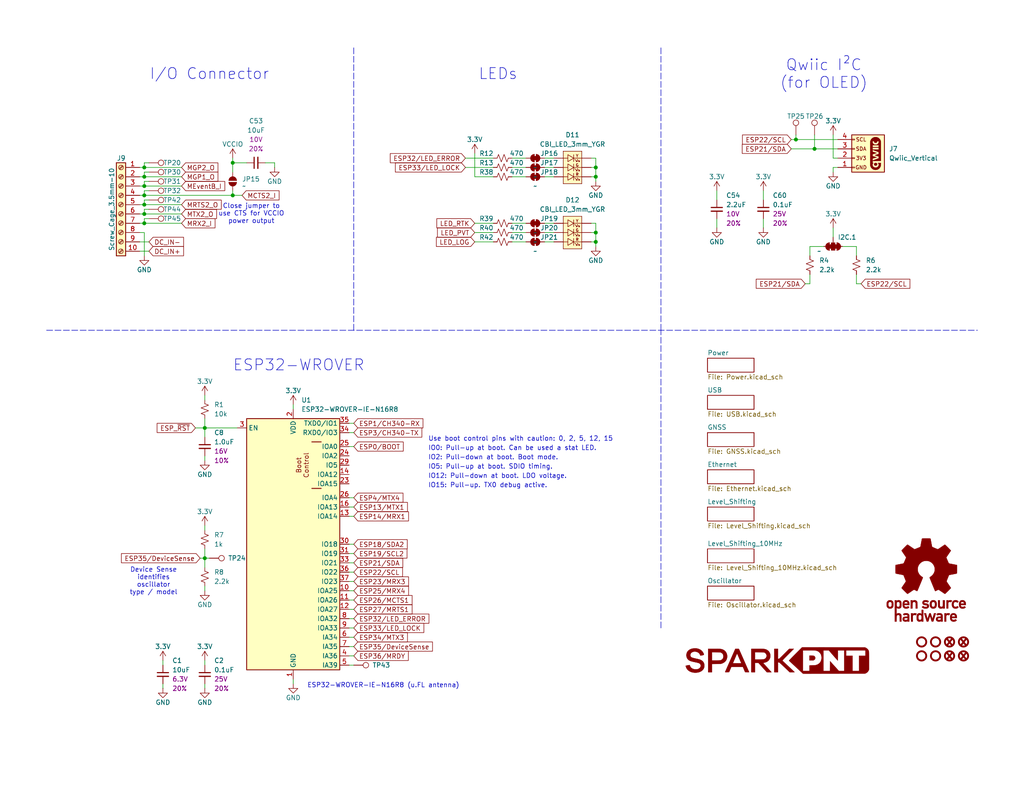
<source format=kicad_sch>
(kicad_sch (version 20231120) (generator "eeschema") (generator_version "8.0")
  (paper "USLetter")
  (title_block (title "GNSSDO Plus (mosaic-T, STP3593LF)") (date "2025-01-20") (rev "v01") (comment 1 "Designed by: P.C."))
  (junction (at 39.37 58.42))
  (junction (at 63.5 44.45))
  (junction (at 39.37 48.26))
  (junction (at 39.37 55.88))
  (junction (at 39.37 45.72))
  (junction (at 39.37 60.96))
  (junction (at 162.56 45.72))
  (junction (at 162.56 48.26))
  (junction (at 222.25 40.64))
  (junction (at 39.37 50.8))
  (junction (at 162.56 66.04))
  (junction (at 162.56 63.5))
  (junction (at 39.37 53.34))
  (junction (at 63.5 53.34))
  (junction (at 217.17 38.1))
  (junction (at 55.88 152.4))
  (junction (at 55.88 116.84))
  (wire (pts (xy 217.17 36.83) (xy 217.17 38.1)))
  (wire (pts (xy 95.25 118.11) (xy 96.52 118.11)))
  (wire (pts (xy 38.1 45.72) (xy 39.37 45.72)))
  (wire (pts (xy 162.56 66.04) (xy 162.56 67.31)))
  (wire (pts (xy 233.68 74.93) (xy 233.68 77.47)))
  (wire (pts (xy 63.5 43.18) (xy 63.5 44.45)))
  (wire (pts (xy 40.64 46.99) (xy 39.37 46.99)))
  (wire (pts (xy 228.6 45.72) (xy 227.33 45.72)))
  (wire (pts (xy 129.54 63.5) (xy 134.62 63.5)))
  (wire (pts (xy 55.88 161.29) (xy 55.88 160.02)))
  (wire (pts (xy 95.25 179.07) (xy 96.52 179.07)))
  (wire (pts (xy 195.58 54.61) (xy 195.58 52.07)))
  (wire (pts (xy 161.29 43.18) (xy 162.56 43.18)))
  (wire (pts (xy 40.64 59.69) (xy 39.37 59.69)))
  (wire (pts (xy 139.7 60.96) (xy 143.51 60.96)))
  (wire (pts (xy 95.25 148.59) (xy 96.52 148.59)))
  (wire (pts (xy 95.25 168.91) (xy 96.52 168.91)))
  (wire (pts (xy 39.37 63.5) (xy 38.1 63.5)))
  (wire (pts (xy 95.25 138.43) (xy 96.52 138.43)))
  (wire (pts (xy 39.37 50.8) (xy 49.53 50.8)))
  (wire (pts (xy 227.33 45.72) (xy 227.33 46.99)))
  (wire (pts (xy 139.7 43.18) (xy 143.51 43.18)))
  (polyline (pts (xy 180.34 90.17) (xy 180.34 12.7)) (stroke (width 0) (type dash)))
  (wire (pts (xy 38.1 50.8) (xy 39.37 50.8)))
  (wire (pts (xy 148.59 63.5) (xy 151.13 63.5)))
  (wire (pts (xy 38.1 68.58) (xy 40.64 68.58)))
  (wire (pts (xy 227.33 62.23) (xy 227.33 64.77)))
  (wire (pts (xy 220.98 74.93) (xy 220.98 77.47)))
  (wire (pts (xy 40.64 49.53) (xy 39.37 49.53)))
  (polyline (pts (xy 180.34 171.45) (xy 180.34 90.17)) (stroke (width 0) (type dash)))
  (wire (pts (xy 40.64 57.15) (xy 39.37 57.15)))
  (wire (pts (xy 40.64 54.61) (xy 39.37 54.61)))
  (wire (pts (xy 227.33 36.83) (xy 227.33 43.18)))
  (wire (pts (xy 55.88 152.4) (xy 55.88 154.94)))
  (wire (pts (xy 38.1 48.26) (xy 39.37 48.26)))
  (wire (pts (xy 39.37 52.07) (xy 39.37 53.34)))
  (wire (pts (xy 129.54 41.91) (xy 129.54 48.26)))
  (wire (pts (xy 162.56 43.18) (xy 162.56 45.72)))
  (wire (pts (xy 63.5 52.07) (xy 63.5 53.34)))
  (wire (pts (xy 148.59 66.04) (xy 151.13 66.04)))
  (wire (pts (xy 95.25 176.53) (xy 96.52 176.53)))
  (wire (pts (xy 95.25 158.75) (xy 96.52 158.75)))
  (polyline (pts (xy 96.52 90.17) (xy 96.52 12.7)) (stroke (width 0) (type dash)))
  (wire (pts (xy 129.54 66.04) (xy 134.62 66.04)))
  (wire (pts (xy 195.58 59.69) (xy 195.58 62.23)))
  (wire (pts (xy 220.98 67.31) (xy 224.79 67.31)))
  (wire (pts (xy 139.7 63.5) (xy 143.51 63.5)))
  (wire (pts (xy 55.88 187.96) (xy 55.88 186.69)))
  (wire (pts (xy 39.37 48.26) (xy 49.53 48.26)))
  (wire (pts (xy 139.7 66.04) (xy 143.51 66.04)))
  (wire (pts (xy 39.37 53.34) (xy 63.5 53.34)))
  (wire (pts (xy 55.88 107.95) (xy 55.88 109.22)))
  (wire (pts (xy 44.45 187.96) (xy 44.45 186.69)))
  (wire (pts (xy 95.25 173.99) (xy 96.52 173.99)))
  (wire (pts (xy 217.17 38.1) (xy 228.6 38.1)))
  (wire (pts (xy 39.37 57.15) (xy 39.37 58.42)))
  (wire (pts (xy 80.01 110.49) (xy 80.01 111.76)))
  (wire (pts (xy 129.54 60.96) (xy 134.62 60.96)))
  (wire (pts (xy 95.25 161.29) (xy 96.52 161.29)))
  (wire (pts (xy 162.56 60.96) (xy 162.56 63.5)))
  (wire (pts (xy 233.68 77.47) (xy 234.95 77.47)))
  (wire (pts (xy 233.68 69.85) (xy 233.68 67.31)))
  (wire (pts (xy 127 45.72) (xy 134.62 45.72)))
  (wire (pts (xy 148.59 48.26) (xy 151.13 48.26)))
  (wire (pts (xy 74.93 44.45) (xy 74.93 45.72)))
  (wire (pts (xy 161.29 63.5) (xy 162.56 63.5)))
  (wire (pts (xy 38.1 53.34) (xy 39.37 53.34)))
  (wire (pts (xy 80.01 186.69) (xy 80.01 185.42)))
  (wire (pts (xy 63.5 53.34) (xy 66.04 53.34)))
  (wire (pts (xy 39.37 59.69) (xy 39.37 60.96)))
  (wire (pts (xy 95.25 151.13) (xy 96.52 151.13)))
  (wire (pts (xy 161.29 45.72) (xy 162.56 45.72)))
  (wire (pts (xy 39.37 63.5) (xy 39.37 69.85)))
  (wire (pts (xy 95.25 115.57) (xy 96.52 115.57)))
  (wire (pts (xy 208.28 52.07) (xy 208.28 54.61)))
  (wire (pts (xy 39.37 58.42) (xy 49.53 58.42)))
  (wire (pts (xy 215.9 40.64) (xy 222.25 40.64)))
  (wire (pts (xy 222.25 40.64) (xy 228.6 40.64)))
  (wire (pts (xy 39.37 46.99) (xy 39.37 48.26)))
  (wire (pts (xy 63.5 44.45) (xy 63.5 46.99)))
  (wire (pts (xy 95.25 153.67) (xy 96.52 153.67)))
  (wire (pts (xy 38.1 58.42) (xy 39.37 58.42)))
  (polyline (pts (xy 12.7 90.17) (xy 266.7 90.17)) (stroke (width 0) (type dash)))
  (wire (pts (xy 148.59 60.96) (xy 151.13 60.96)))
  (wire (pts (xy 161.29 48.26) (xy 162.56 48.26)))
  (wire (pts (xy 55.88 149.86) (xy 55.88 152.4)))
  (wire (pts (xy 39.37 54.61) (xy 39.37 55.88)))
  (wire (pts (xy 161.29 66.04) (xy 162.56 66.04)))
  (wire (pts (xy 39.37 45.72) (xy 49.53 45.72)))
  (wire (pts (xy 208.28 59.69) (xy 208.28 62.23)))
  (wire (pts (xy 127 43.18) (xy 134.62 43.18)))
  (wire (pts (xy 95.25 140.97) (xy 96.52 140.97)))
  (wire (pts (xy 39.37 49.53) (xy 39.37 50.8)))
  (wire (pts (xy 44.45 181.61) (xy 44.45 180.34)))
  (wire (pts (xy 95.25 166.37) (xy 96.52 166.37)))
  (wire (pts (xy 55.88 152.4) (xy 57.15 152.4)))
  (wire (pts (xy 148.59 45.72) (xy 151.13 45.72)))
  (wire (pts (xy 220.98 69.85) (xy 220.98 67.31)))
  (wire (pts (xy 39.37 44.45) (xy 39.37 45.72)))
  (wire (pts (xy 38.1 60.96) (xy 39.37 60.96)))
  (wire (pts (xy 222.25 36.83) (xy 222.25 40.64)))
  (wire (pts (xy 40.64 52.07) (xy 39.37 52.07)))
  (wire (pts (xy 63.5 44.45) (xy 67.31 44.45)))
  (wire (pts (xy 39.37 55.88) (xy 49.53 55.88)))
  (wire (pts (xy 215.9 38.1) (xy 217.17 38.1)))
  (wire (pts (xy 162.56 45.72) (xy 162.56 48.26)))
  (wire (pts (xy 96.52 135.89) (xy 95.25 135.89)))
  (wire (pts (xy 139.7 48.26) (xy 143.51 48.26)))
  (wire (pts (xy 54.61 152.4) (xy 55.88 152.4)))
  (wire (pts (xy 95.25 163.83) (xy 96.52 163.83)))
  (wire (pts (xy 55.88 181.61) (xy 55.88 180.34)))
  (wire (pts (xy 229.87 67.31) (xy 233.68 67.31)))
  (wire (pts (xy 95.25 171.45) (xy 96.52 171.45)))
  (wire (pts (xy 55.88 143.51) (xy 55.88 144.78)))
  (wire (pts (xy 55.88 116.84) (xy 55.88 119.38)))
  (wire (pts (xy 129.54 48.26) (xy 134.62 48.26)))
  (wire (pts (xy 53.34 116.84) (xy 55.88 116.84)))
  (wire (pts (xy 55.88 125.73) (xy 55.88 124.46)))
  (wire (pts (xy 228.6 43.18) (xy 227.33 43.18)))
  (wire (pts (xy 162.56 63.5) (xy 162.56 66.04)))
  (wire (pts (xy 95.25 121.92) (xy 96.52 121.92)))
  (wire (pts (xy 139.7 45.72) (xy 143.51 45.72)))
  (wire (pts (xy 39.37 60.96) (xy 49.53 60.96)))
  (wire (pts (xy 162.56 48.26) (xy 162.56 49.53)))
  (wire (pts (xy 55.88 116.84) (xy 64.77 116.84)))
  (wire (pts (xy 95.25 181.61) (xy 96.52 181.61)))
  (wire (pts (xy 40.64 44.45) (xy 39.37 44.45)))
  (wire (pts (xy 148.59 43.18) (xy 151.13 43.18)))
  (wire (pts (xy 38.1 55.88) (xy 39.37 55.88)))
  (wire (pts (xy 72.39 44.45) (xy 74.93 44.45)))
  (wire (pts (xy 95.25 156.21) (xy 96.52 156.21)))
  (wire (pts (xy 161.29 60.96) (xy 162.56 60.96)))
  (wire (pts (xy 55.88 114.3) (xy 55.88 116.84)))
  (wire (pts (xy 219.71 77.47) (xy 220.98 77.47)))
  (wire (pts (xy 38.1 66.04) (xy 40.64 66.04)))
  (text "IO15: Pull-up. TX0 debug active." (at 116.84 133.35 0) (effects (font (size 1.27 1.27)) (justify left bottom)))
  (text "IO2: Pull-down at boot. Boot mode." (at 116.84 125.73 0) (effects (font (size 1.27 1.27)) (justify left bottom)))
  (text "ESP32-WROVER\n" (at 63.5 101.6 0) (effects (font (size 3 3)) (justify left bottom)))
  (text "IO0: Pull-up at boot. Can be used a stat LED." (at 116.84 123.19 0) (effects (font (size 1.27 1.27)) (justify left bottom)))
  (text "LEDs" (at 135.89 20.32 0) (effects (font (size 3 3))))
  (text "Qwiic I²C\n(for OLED)" (at 224.79 20.32 0) (effects (font (size 3 3))))
  (text "Device Sense\nidentifies\noscillator\ntype / model" (at 41.91 158.75 0) (effects (font (size 1.27 1.27))))
  (text "Close jumper to\nuse CTS for VCCIO\npower output" (at 68.58 58.42 0) (effects (font (size 1.27 1.27))))
  (text "IO5: Pull-up at boot. SDIO timing." (at 116.84 128.27 0) (effects (font (size 1.27 1.27)) (justify left bottom)))
  (text "I/O Connector" (at 57.15 20.32 0) (effects (font (size 3 3))))
  (text "Use boot control pins with caution: 0, 2, 5, 12, 15" (at 116.84 120.65 0) (effects (font (size 1.27 1.27)) (justify left bottom)))
  (text "ESP32-WROVER-IE-N16R8 (u.FL antenna)" (at 83.82 187.96 0) (effects (font (size 1.27 1.27)) (justify left bottom)))
  (text "IO12: Pull-down at boot. LDO voltage." (at 116.84 130.81 0) (effects (font (size 1.27 1.27)) (justify left bottom)))
  (global_label "ESP21{slash}SDA" (shape input) (at 219.71 77.47 180) (property "Intersheetrefs" "${INTERSHEET_REFS}" (effects (hide yes))))
  (global_label "ESP34{slash}MTX3" (shape input) (at 96.52 173.99 0) (property "Intersheetrefs" "${INTERSHEET_REFS}" (effects (hide yes))))
  (global_label "DC_IN-" (shape input) (at 40.64 66.04 0) (property "Intersheetrefs" "${INTERSHEET_REFS}" (effects (hide yes))))
  (global_label "LED_RTK" (shape input) (at 129.54 60.96 180) (property "Intersheetrefs" "${INTERSHEET_REFS}" (effects (hide yes))))
  (global_label "ESP35{slash}DeviceSense" (shape input) (at 96.52 176.53 0) (property "Intersheetrefs" "${INTERSHEET_REFS}" (effects (hide yes))))
  (global_label "ESP25{slash}MRX4" (shape input) (at 96.52 161.29 0) (property "Intersheetrefs" "${INTERSHEET_REFS}" (effects (hide yes))))
  (global_label "ESP33{slash}LED_LOCK" (shape input) (at 96.52 171.45 0) (property "Intersheetrefs" "${INTERSHEET_REFS}" (effects (hide yes))))
  (global_label "LED_PVT" (shape input) (at 129.54 63.5 180) (property "Intersheetrefs" "${INTERSHEET_REFS}" (effects (hide yes))))
  (global_label "ESP22{slash}SCL" (shape input) (at 96.52 156.21 0) (property "Intersheetrefs" "${INTERSHEET_REFS}" (effects (hide yes))))
  (global_label "MTX2_O" (shape input) (at 49.53 58.42 0) (property "Intersheetrefs" "${INTERSHEET_REFS}" (effects (hide yes))))
  (global_label "DC_IN+" (shape input) (at 40.64 68.58 0) (property "Intersheetrefs" "${INTERSHEET_REFS}" (effects (hide yes))))
  (global_label "ESP36{slash}MRDY" (shape input) (at 96.52 179.07 0) (property "Intersheetrefs" "${INTERSHEET_REFS}" (effects (hide yes))))
  (global_label "LED_LOG" (shape input) (at 129.54 66.04 180) (property "Intersheetrefs" "${INTERSHEET_REFS}" (effects (hide yes))))
  (global_label "ESP19{slash}SCL2" (shape input) (at 96.52 151.13 0) (property "Intersheetrefs" "${INTERSHEET_REFS}" (effects (hide yes))))
  (global_label "ESP_~{RST}" (shape input) (at 53.34 116.84 180) (property "Intersheetrefs" "${INTERSHEET_REFS}" (effects (hide yes))))
  (global_label "MRX2_I" (shape input) (at 49.53 60.96 0) (property "Intersheetrefs" "${INTERSHEET_REFS}" (effects (hide yes))))
  (global_label "ESP18{slash}SDA2" (shape input) (at 96.52 148.59 0) (property "Intersheetrefs" "${INTERSHEET_REFS}" (effects (hide yes))))
  (global_label "ESP23{slash}MRX3" (shape input) (at 96.52 158.75 0) (property "Intersheetrefs" "${INTERSHEET_REFS}" (effects (hide yes))))
  (global_label "ESP22{slash}SCL" (shape input) (at 215.9 38.1 180) (property "Intersheetrefs" "${INTERSHEET_REFS}" (effects (hide yes))))
  (global_label "ESP32{slash}LED_ERROR" (shape input) (at 127 43.18 180) (property "Intersheetrefs" "${INTERSHEET_REFS}" (effects (hide yes))))
  (global_label "MGP1_O" (shape input) (at 49.53 48.26 0) (property "Intersheetrefs" "${INTERSHEET_REFS}" (effects (hide yes))))
  (global_label "ESP26{slash}MCTS1" (shape input) (at 96.52 163.83 0) (property "Intersheetrefs" "${INTERSHEET_REFS}" (effects (hide yes))))
  (global_label "ESP21{slash}SDA" (shape input) (at 215.9 40.64 180) (property "Intersheetrefs" "${INTERSHEET_REFS}" (effects (hide yes))))
  (global_label "MRTS2_O" (shape input) (at 49.53 55.88 0) (property "Intersheetrefs" "${INTERSHEET_REFS}" (effects (hide yes))))
  (global_label "ESP4{slash}MTX4" (shape input) (at 96.52 135.89 0) (property "Intersheetrefs" "${INTERSHEET_REFS}" (effects (hide yes))))
  (global_label "ESP35{slash}DeviceSense" (shape input) (at 54.61 152.4 180) (property "Intersheetrefs" "${INTERSHEET_REFS}" (effects (hide yes))))
  (global_label "ESP3{slash}CH340-TX" (shape input) (at 96.52 118.11 0) (property "Intersheetrefs" "${INTERSHEET_REFS}" (effects (hide yes))))
  (global_label "MCTS2_I" (shape input) (at 66.04 53.34 0) (property "Intersheetrefs" "${INTERSHEET_REFS}" (effects (hide yes))))
  (global_label "MGP2_O" (shape input) (at 49.53 45.72 0) (property "Intersheetrefs" "${INTERSHEET_REFS}" (effects (hide yes))))
  (global_label "ESP32{slash}LED_ERROR" (shape input) (at 96.52 168.91 0) (property "Intersheetrefs" "${INTERSHEET_REFS}" (effects (hide yes))))
  (global_label "ESP22{slash}SCL" (shape input) (at 234.95 77.47 0) (property "Intersheetrefs" "${INTERSHEET_REFS}" (effects (hide yes))))
  (global_label "ESP0{slash}BOOT" (shape input) (at 96.52 121.92 0) (property "Intersheetrefs" "${INTERSHEET_REFS}" (effects (hide yes))))
  (global_label "ESP14{slash}MRX1" (shape input) (at 96.52 140.97 0) (property "Intersheetrefs" "${INTERSHEET_REFS}" (effects (hide yes))))
  (global_label "ESP13{slash}MTX1" (shape input) (at 96.52 138.43 0) (property "Intersheetrefs" "${INTERSHEET_REFS}" (effects (hide yes))))
  (global_label "ESP21{slash}SDA" (shape input) (at 96.52 153.67 0) (property "Intersheetrefs" "${INTERSHEET_REFS}" (effects (hide yes))))
  (global_label "ESP33{slash}LED_LOCK" (shape input) (at 127 45.72 180) (property "Intersheetrefs" "${INTERSHEET_REFS}" (effects (hide yes))))
  (global_label "MEventB_I" (shape input) (at 49.53 50.8 0) (property "Intersheetrefs" "${INTERSHEET_REFS}" (effects (hide yes))))
  (global_label "ESP27{slash}MRTS1" (shape input) (at 96.52 166.37 0) (property "Intersheetrefs" "${INTERSHEET_REFS}" (effects (hide yes))))
  (global_label "ESP1{slash}CH340-RX" (shape input) (at 96.52 115.57 0) (property "Intersheetrefs" "${INTERSHEET_REFS}" (effects (hide yes))))
  (symbol (lib_id "SparkFun-PowerSymbol:GND") (at 227.33 46.99 0) (unit 1)
    (property "Reference" "#PWR081" (effects (hide yes)))
    (property "Value" "GND" (at 227.33 50.8 0))
    (property "Description" "Power symbol creates a global label with name \"GND\" , ground" (effects (hide yes)))
  )
  (symbol (lib_id "SparkFun-Resistor:470_0603") (at 137.16 48.26 0) (unit 1)
    (property "Reference" "R38" (at 132.715 46.99 0))
    (property "Value" "470" (at 140.97 46.99 0))
    (property "Footprint" "SparkFun-Resistor:R_0603_1608Metric" (effects (hide yes)))
    (property "Datasheet" "https://www.vishay.com/docs/20035/dcrcwe3.pdf" (effects (hide yes)))
    (property "Description" "Resistor" (effects (hide yes)))
    (property "PROD_ID" "RES-07869" (effects (hide yes)))
  )
  (symbol (lib_id "SparkFun-PowerSymbol:GND") (at 55.88 125.73 0) (unit 1)
    (property "Reference" "#PWR05" (effects (hide yes)))
    (property "Value" "GND" (at 55.88 129.54 0))
    (property "Description" "Power symbol creates a global label with name \"GND\" , ground" (effects (hide yes)))
  )
  (symbol (lib_id "SparkFun-Hardware:Standoff") (at 251.46 179.07 0) (unit 1)
    (property "Reference" "ST3" (effects (hide yes)))
    (property "Value" "Standoff" (effects (hide yes)))
    (property "Footprint" "SparkFun-Hardware:Standoff" (effects (hide yes)))
    (property "Description" "Drill holes for mechanically mounting via screws, standoffs, etc." (effects (hide yes)))
  )
  (symbol (lib_id "power:GND") (at 208.28 62.23 0) (unit 1)
    (property "Reference" "#PWR0219" (effects (hide yes)))
    (property "Value" "GND" (at 208.28 66.04 0))
    (property "Description" "Power symbol creates a global label with name \"GND\" , ground" (effects (hide yes)))
  )
  (symbol (lib_id "SparkFun-PowerSymbol:3.3V") (at 55.88 180.34 0) (unit 1)
    (property "Reference" "#PWR096" (effects (hide yes)))
    (property "Value" "3.3V" (at 55.88 176.53 0))
    (property "Description" "Power symbol creates a global label with name \"3.3V\"" (effects (hide yes)))
  )
  (symbol (lib_id "SparkFun-PowerSymbol:VCC") (at 63.5 43.18 0) (unit 1)
    (property "Reference" "#PWR0199" (effects (hide yes)))
    (property "Value" "VCCIO" (at 63.5 39.37 0))
    (property "Description" "Power symbol creates a global label with name \"VCC\"" (effects (hide yes)))
  )
  (symbol (lib_id "SparkFun-PowerSymbol:3.3V") (at 129.54 41.91 0) (unit 1)
    (property "Reference" "#PWR0130" (effects (hide yes)))
    (property "Value" "3.3V" (at 129.54 38.1 0))
    (property "Description" "Power symbol creates a global label with name \"3.3V\"" (effects (hide yes)))
  )
  (symbol (lib_id "SparkFun-Connector:TestPoint_1.25mm") (at 40.64 52.07 270) (unit 1)
    (property "Reference" "TP32" (at 46.99 52.07 90))
    (property "Value" "1.25mm" (effects (hide yes)))
    (property "Footprint" "SparkFun-Connector:TestPoint-1.25mm" (effects (hide yes)))
    (property "Description" "Test Point" (effects (hide yes)))
  )
  (symbol (lib_id "SparkFun-Connector:TestPoint_1.25mm") (at 40.64 54.61 270) (unit 1)
    (property "Reference" "TP42" (at 46.99 54.61 90))
    (property "Value" "1.25mm" (effects (hide yes)))
    (property "Footprint" "SparkFun-Connector:TestPoint-1.25mm" (effects (hide yes)))
    (property "Description" "Test Point" (effects (hide yes)))
  )
  (symbol (lib_id "SparkFun-Connector:TestPoint_PTH") (at 96.52 181.61 270) (unit 1)
    (property "Reference" "TP43" (at 101.6 181.6099 90) (effects (justify left)))
    (property "Value" "PTH" (effects (hide yes)))
    (property "Footprint" "SparkFun-Connector:1x01" (effects (hide yes)))
    (property "Description" "Test Point" (effects (hide yes)))
  )
  (symbol (lib_id "SparkFun-Capacitor:10uF_0603_6.3V_20%") (at 44.45 184.15 0) (unit 1)
    (property "Reference" "C1" (at 46.99 180.3462 0) (effects (justify left)))
    (property "Value" "10uF" (at 46.99 182.8862 0) (effects (justify left)))
    (property "Footprint" "SparkFun-Capacitor:C_0603_1608Metric" (effects (hide yes)))
    (property "Datasheet" "https://cdn.sparkfun.com/assets/8/a/4/a/5/Kemet_Capacitor_Datasheet.pdf" (effects (hide yes)))
    (property "Description" "Unpolarized capacitor" (effects (hide yes)))
    (property "PROD_ID" "CAP-11015" (effects (hide yes)))
    (property "Voltage" "6.3V" (at 46.99 185.4262 0) (effects (justify left)))
    (property "Tolerance" "20%" (at 46.99 187.9662 0) (effects (justify left)))
  )
  (symbol (lib_id "SparkFun-Resistor:2.2k_0603") (at 220.98 72.39 270) (unit 1)
    (property "Reference" "R4" (at 223.52 71.1199 90) (effects (justify left)))
    (property "Value" "2.2k" (at 223.52 73.6599 90) (effects (justify left)))
    (property "Footprint" "SparkFun-Resistor:R_0603_1608Metric" (effects (hide yes)))
    (property "Datasheet" "https://www.vishay.com/docs/20035/dcrcwe3.pdf" (effects (hide yes)))
    (property "Description" "Resistor" (effects (hide yes)))
    (property "PROD_ID" "RES-08272" (effects (hide yes)))
  )
  (symbol (lib_id "SparkFun-Capacitor:1.0uF_0603_16V_10%") (at 55.88 121.92 0) (unit 1)
    (property "Reference" "C8" (at 58.42 118.1162 0) (effects (justify left)))
    (property "Value" "1.0uF" (at 58.42 120.6562 0) (effects (justify left)))
    (property "Footprint" "SparkFun-Capacitor:C_0603_1608Metric" (effects (hide yes)))
    (property "Datasheet" "https://cdn.sparkfun.com/assets/8/a/4/a/5/Kemet_Capacitor_Datasheet.pdf" (effects (hide yes)))
    (property "Description" "Unpolarized capacitor" (effects (hide yes)))
    (property "PROD_ID" "CAP-13930" (effects (hide yes)))
    (property "Voltage" "16V" (at 58.42 123.1962 0) (effects (justify left)))
    (property "Tolerance" "10%" (at 58.42 125.7362 0) (effects (justify left)))
  )
  (symbol (lib_id "SparkFun-Aesthetic:SparkPNT_Logo") (at 212.09 180.34 0) (unit 1) (on_board no)
    (property "Reference" "G2" (effects (hide yes)))
    (property "Value" "LOGO" (effects (hide yes)))
  )
  (symbol (lib_id "SparkFun-Hardware:Standoff") (at 255.27 175.26 0) (unit 1)
    (property "Reference" "ST1" (effects (hide yes)))
    (property "Value" "Standoff" (effects (hide yes)))
    (property "Footprint" "SparkFun-Hardware:Standoff" (effects (hide yes)))
    (property "Description" "Drill holes for mechanically mounting via screws, standoffs, etc." (effects (hide yes)))
  )
  (symbol (lib_id "SparkFun-Aesthetic:Fiducial_0.5mm") (at 262.89 175.26 0) (unit 1)
    (property "Reference" "FID1" (effects (hide yes)))
    (property "Value" "Fiducial_0.5mm" (effects (hide yes)))
    (property "Footprint" "SparkFun-Aesthetic:Fiducial_0.5mm_Mask1mm" (effects (hide yes)))
    (property "Description" "Fiducial Marker" (effects (hide yes)))
  )
  (symbol (lib_id "SparkFun-Connector:TestPoint_1.25mm") (at 40.64 57.15 270) (unit 1)
    (property "Reference" "TP44" (at 46.99 57.15 90))
    (property "Value" "1.25mm" (effects (hide yes)))
    (property "Footprint" "SparkFun-Connector:TestPoint-1.25mm" (effects (hide yes)))
    (property "Description" "Test Point" (effects (hide yes)))
  )
  (symbol (lib_id "SparkFun-Aesthetic:Fiducial_0.5mm") (at 262.89 179.07 0) (unit 1)
    (property "Reference" "FID4" (effects (hide yes)))
    (property "Value" "Fiducial_0.5mm" (effects (hide yes)))
    (property "Footprint" "SparkFun-Aesthetic:Fiducial_0.5mm_Mask1mm" (effects (hide yes)))
    (property "Description" "Fiducial Marker" (effects (hide yes)))
  )
  (symbol (lib_id "SparkFun-Jumper:SolderJumper_2_Bridged") (at 146.05 63.5 0) (unit 1)
    (property "Reference" "JP20" (at 149.86 62.23 0))
    (property "Value" "~" (at 146.05 66.04 0))
    (property "Footprint" "SparkFun-Jumper:Jumper_2_NC_Trace" (effects (hide yes)))
    (property "Description" "Solder Jumper, 2-pole, closed/bridged" (effects (hide yes)))
  )
  (symbol (lib_id "power:GND") (at 44.45 187.96 0) (unit 1)
    (property "Reference" "#PWR098" (effects (hide yes)))
    (property "Value" "GND" (at 44.45 191.77 0))
    (property "Description" "Power symbol creates a global label with name \"GND\" , ground" (effects (hide yes)))
  )
  (symbol (lib_id "SparkFun-Jumper:SolderJumper_3_Bridged123") (at 227.33 67.31 180) (unit 1)
    (property "Reference" "I2C.1" (at 231.14 64.77 0))
    (property "Value" "~" (at 223.52 68.58 0))
    (property "Footprint" "SparkFun-Jumper:Jumper_3_NC-2_Trace" (effects (hide yes)))
    (property "Description" "Solder Jumper, 3-pole, pins 1+2+3 closed/bridged" (effects (hide yes)))
  )
  (symbol (lib_id "SparkFun-Resistor:2.2k_0603") (at 55.88 157.48 270) (unit 1)
    (property "Reference" "R8" (at 58.42 156.2099 90) (effects (justify left)))
    (property "Value" "2.2k" (at 58.42 158.7499 90) (effects (justify left)))
    (property "Footprint" "SparkFun-Resistor:R_0603_1608Metric" (effects (hide yes)))
    (property "Datasheet" "https://www.vishay.com/docs/20035/dcrcwe3.pdf" (effects (hide yes)))
    (property "Description" "Resistor" (effects (hide yes)))
    (property "PROD_ID" "RES-08272" (effects (hide yes)))
  )
  (symbol (lib_id "SparkFun-Capacitor:2.2uF_0603_10V_20%") (at 195.58 57.15 0) (unit 1)
    (property "Reference" "C54" (at 198.12 53.3462 0) (effects (justify left)))
    (property "Value" "2.2uF" (at 198.12 55.8862 0) (effects (justify left)))
    (property "Footprint" "SparkFun-Capacitor:C_0603_1608Metric" (effects (hide yes)))
    (property "Datasheet" "https://cdn.sparkfun.com/assets/8/a/4/a/5/Kemet_Capacitor_Datasheet.pdf" (effects (hide yes)))
    (property "Description" "Unpolarized capacitor" (effects (hide yes)))
    (property "PROD_ID" "CAP-07888" (effects (hide yes)))
    (property "Voltage" "10V" (at 198.12 58.4262 0) (effects (justify left)))
    (property "Tolerance" "20%" (at 198.12 60.9662 0) (effects (justify left)))
  )
  (symbol (lib_id "power:GND") (at 74.93 45.72 0) (unit 1)
    (property "Reference" "#PWR0201" (effects (hide yes)))
    (property "Value" "GND" (at 74.93 49.53 0))
    (property "Description" "Power symbol creates a global label with name \"GND\" , ground" (effects (hide yes)))
  )
  (symbol (lib_id "SparkFun-RF:ESP32-WROVER-IE-N16R8") (at 80.01 146.05 0) (unit 1)
    (property "Reference" "U1" (at 82.2041 109.22 0) (effects (justify left)))
    (property "Value" "ESP32-WROVER-IE-N16R8" (at 82.2041 111.76 0) (effects (justify left)))
    (property "Footprint" "SparkFun-RF:ESP32-WROVER-E-IE" (effects (hide yes)))
    (property "Datasheet" "https://www.espressif.com/sites/default/files/documentation/esp32-wrover-e_esp32-wrover-ie_datasheet_en.pdf" (effects (hide yes)))
    (property "PROD_ID" "IC-19265" (effects (hide yes)))
  )
  (symbol (lib_id "power:GND") (at 55.88 187.96 0) (unit 1)
    (property "Reference" "#PWR097" (effects (hide yes)))
    (property "Value" "GND" (at 55.88 191.77 0))
    (property "Description" "Power symbol creates a global label with name \"GND\" , ground" (effects (hide yes)))
  )
  (symbol (lib_id "SparkFun-PowerSymbol:3.3V") (at 80.01 110.49 0) (unit 1)
    (property "Reference" "#PWR0105" (effects (hide yes)))
    (property "Value" "3.3V" (at 80.01 106.68 0))
    (property "Description" "Power symbol creates a global label with name \"3.3V\"" (effects (hide yes)))
  )
  (symbol (lib_id "SparkFun-Jumper:SolderJumper_2_Bridged") (at 146.05 60.96 0) (unit 1)
    (property "Reference" "JP19" (at 149.86 59.69 0))
    (property "Value" "~" (at 146.05 63.5 0))
    (property "Footprint" "SparkFun-Jumper:Jumper_2_NC_Trace" (effects (hide yes)))
    (property "Description" "Solder Jumper, 2-pole, closed/bridged" (effects (hide yes)))
  )
  (symbol (lib_id "SparkFun-Hardware:Standoff") (at 255.27 179.07 0) (unit 1)
    (property "Reference" "ST4" (effects (hide yes)))
    (property "Value" "Standoff" (effects (hide yes)))
    (property "Footprint" "SparkFun-Hardware:Standoff" (effects (hide yes)))
    (property "Description" "Drill holes for mechanically mounting via screws, standoffs, etc." (effects (hide yes)))
  )
  (symbol (lib_id "SparkFun-PowerSymbol:3.3V") (at 55.88 143.51 0) (unit 1)
    (property "Reference" "#PWR0104" (effects (hide yes)))
    (property "Value" "3.3V" (at 55.88 139.7 0))
    (property "Description" "Power symbol creates a global label with name \"3.3V\"" (effects (hide yes)))
  )
  (symbol (lib_id "SparkFun-Aesthetic:OSHW_Logo") (at 252.73 162.56 0) (unit 1) (in_bom no)
    (property "Reference" "G1" (effects (hide yes)))
    (property "Value" "OSHW_Logo" (effects (hide yes)))
    (property "Footprint" "SparkFun-Aesthetic:Creative_Commons_License" (effects (hide yes)))
  )
  (symbol (lib_id "SparkFun-PowerSymbol:3.3V") (at 44.45 180.34 0) (unit 1)
    (property "Reference" "#PWR095" (effects (hide yes)))
    (property "Value" "3.3V" (at 44.45 176.53 0))
    (property "Description" "Power symbol creates a global label with name \"3.3V\"" (effects (hide yes)))
  )
  (symbol (lib_id "SparkFun-PowerSymbol:3.3V") (at 227.33 36.83 0) (unit 1)
    (property "Reference" "#PWR0101" (effects (hide yes)))
    (property "Value" "3.3V" (at 227.33 33.02 0))
    (property "Description" "Power symbol creates a global label with name \"3.3V\"" (effects (hide yes)))
  )
  (symbol (lib_id "SparkFun-Jumper:SolderJumper_2_Open") (at 63.5 49.53 90) (unit 1)
    (property "Reference" "JP15" (at 66.04 48.8949 90) (effects (justify right)))
    (property "Value" "~" (at 66.04 50.8 90) (effects (justify right)))
    (property "Footprint" "SparkFun-Jumper:Jumper_2_NO" (effects (hide yes)))
    (property "Description" "Solder Jumper, 2-pole, open" (effects (hide yes)))
  )
  (symbol (lib_id "SparkFun-Connector:TestPoint_PTH") (at 222.25 36.83 0) (unit 1)
    (property "Reference" "TP26" (at 222.25 31.75 0))
    (property "Value" "PTH" (effects (hide yes)))
    (property "Footprint" "SparkFun-Connector:1x01" (effects (hide yes)))
    (property "Description" "Test Point" (effects (hide yes)))
  )
  (symbol (lib_id "SparkFun-Capacitor:0.1uF_0603_25V_20%") (at 208.28 57.15 0) (unit 1)
    (property "Reference" "C60" (at 210.82 53.3462 0) (effects (justify left)))
    (property "Value" "0.1uF" (at 210.82 55.8862 0) (effects (justify left)))
    (property "Footprint" "SparkFun-Capacitor:C_0603_1608Metric" (effects (hide yes)))
    (property "Datasheet" "https://cdn.sparkfun.com/assets/8/a/4/a/5/Kemet_Capacitor_Datasheet.pdf" (effects (hide yes)))
    (property "Description" "Unpolarized capacitor" (effects (hide yes)))
    (property "PROD_ID" "CAP-00810" (effects (hide yes)))
    (property "Voltage" "25V" (at 210.82 58.4262 0) (effects (justify left)))
    (property "Tolerance" "20%" (at 210.82 60.9662 0) (effects (justify left)))
  )
  (symbol (lib_id "SparkFun-Connector:TestPoint_1.25mm") (at 40.64 44.45 270) (unit 1)
    (property "Reference" "TP20" (at 46.99 44.45 90))
    (property "Value" "1.25mm" (effects (hide yes)))
    (property "Footprint" "SparkFun-Connector:TestPoint-1.25mm" (effects (hide yes)))
    (property "Description" "Test Point" (effects (hide yes)))
  )
  (symbol (lib_id "SparkFun-PowerSymbol:GND") (at 162.56 49.53 0) (unit 1)
    (property "Reference" "#PWR0100" (effects (hide yes)))
    (property "Value" "GND" (at 162.56 53.34 0))
    (property "Description" "Power symbol creates a global label with name \"GND\" , ground" (effects (hide yes)))
  )
  (symbol (lib_id "SparkFun-PowerSymbol:3.3V") (at 208.28 52.07 0) (unit 1)
    (property "Reference" "#PWR0218" (effects (hide yes)))
    (property "Value" "3.3V" (at 208.28 48.26 0))
    (property "Description" "Power symbol creates a global label with name \"3.3V\"" (effects (hide yes)))
  )
  (symbol (lib_id "SparkFun-LED:CBI_LED_Triple_3mm_PTH_YGR") (at 156.21 63.5 0) (unit 1)
    (property "Reference" "D12" (at 156.21 54.61 0))
    (property "Value" "CBI_LED_3mm_YGR" (at 156.21 57.15 0))
    (property "Footprint" "SparkFun-LED:CBI_LED_Triple_3mm_PTH" (effects (hide yes)))
    (property "Datasheet" "https://www.mouser.com/datasheet/2/244/SSF-LXH340LYGID-1176757.pdf" (effects (hide yes)))
    (property "Description" "Triple CBI LED, 3mm dia., PTH, Yellow-Green-Red" (effects (hide yes)))
    (property "PROD_ID" "DIO-19990" (effects (hide yes)))
  )
  (symbol (lib_id "SparkFun-Resistor:470_0603") (at 137.16 43.18 0) (unit 1)
    (property "Reference" "R12" (at 132.715 41.91 0))
    (property "Value" "470" (at 140.97 41.91 0))
    (property "Footprint" "SparkFun-Resistor:R_0603_1608Metric" (effects (hide yes)))
    (property "Datasheet" "https://www.vishay.com/docs/20035/dcrcwe3.pdf" (effects (hide yes)))
    (property "Description" "Resistor" (effects (hide yes)))
    (property "PROD_ID" "RES-07869" (effects (hide yes)))
  )
  (symbol (lib_id "SparkFun-Connector:TestPoint_1.25mm") (at 40.64 46.99 270) (unit 1)
    (property "Reference" "TP30" (at 46.99 46.99 90))
    (property "Value" "1.25mm" (effects (hide yes)))
    (property "Footprint" "SparkFun-Connector:TestPoint-1.25mm" (effects (hide yes)))
    (property "Description" "Test Point" (effects (hide yes)))
  )
  (symbol (lib_id "SparkFun-PowerSymbol:3.3V") (at 195.58 52.07 0) (unit 1)
    (property "Reference" "#PWR0216" (effects (hide yes)))
    (property "Value" "3.3V" (at 195.58 48.26 0))
    (property "Description" "Power symbol creates a global label with name \"3.3V\"" (effects (hide yes)))
  )
  (symbol (lib_id "SparkFun-Jumper:SolderJumper_2_Bridged") (at 146.05 45.72 0) (unit 1)
    (property "Reference" "JP17" (at 149.86 44.45 0))
    (property "Value" "~" (at 146.05 48.26 0))
    (property "Footprint" "SparkFun-Jumper:Jumper_2_NC_Trace" (effects (hide yes)))
    (property "Description" "Solder Jumper, 2-pole, closed/bridged" (effects (hide yes)))
  )
  (symbol (lib_id "SparkFun-Jumper:SolderJumper_2_Bridged") (at 146.05 48.26 0) (unit 1)
    (property "Reference" "JP18" (at 149.86 46.99 0))
    (property "Value" "~" (at 146.05 50.8 0))
    (property "Footprint" "SparkFun-Jumper:Jumper_2_NC_Trace" (effects (hide yes)))
    (property "Description" "Solder Jumper, 2-pole, closed/bridged" (effects (hide yes)))
  )
  (symbol (lib_id "power:GND") (at 195.58 62.23 0) (unit 1)
    (property "Reference" "#PWR0217" (effects (hide yes)))
    (property "Value" "GND" (at 195.58 66.04 0))
    (property "Description" "Power symbol creates a global label with name \"GND\" , ground" (effects (hide yes)))
  )
  (symbol (lib_id "SparkFun-Connector:TestPoint_PTH") (at 217.17 36.83 0) (unit 1)
    (property "Reference" "TP25" (at 217.17 31.75 0))
    (property "Value" "PTH" (effects (hide yes)))
    (property "Footprint" "SparkFun-Connector:1x01" (effects (hide yes)))
    (property "Description" "Test Point" (effects (hide yes)))
  )
  (symbol (lib_id "SparkFun-Aesthetic:Fiducial_0.5mm") (at 259.08 175.26 0) (unit 1)
    (property "Reference" "FID2" (effects (hide yes)))
    (property "Value" "Fiducial_0.5mm" (effects (hide yes)))
    (property "Footprint" "SparkFun-Aesthetic:Fiducial_0.5mm_Mask1mm" (effects (hide yes)))
    (property "Description" "Fiducial Marker" (effects (hide yes)))
  )
  (symbol (lib_id "SparkFun-Connector:Qwiic_Vertical") (at 233.68 40.64 0) (unit 1)
    (property "Reference" "J7" (at 242.57 40.6399 0) (effects (justify left)))
    (property "Value" "Qwiic_Vertical" (at 242.57 43.1799 0) (effects (justify left)))
    (property "Footprint" "SparkFun-Connector:JST_SMD_1.0mm-4_Vertical" (effects (hide yes)))
    (property "Datasheet" "https://www.jst-mfg.com/product/pdf/eng/eSH.pdf" (effects (hide yes)))
    (property "Description" "4 pin JST 1mm polarized connector for I2C" (effects (hide yes)))
    (property "PROD_ID" "CONN-14483" (effects (hide yes)))
  )
  (symbol (lib_id "SparkFun-Resistor:2.2k_0603") (at 233.68 72.39 270) (unit 1)
    (property "Reference" "R6" (at 236.22 71.1199 90) (effects (justify left)))
    (property "Value" "2.2k" (at 236.22 73.6599 90) (effects (justify left)))
    (property "Footprint" "SparkFun-Resistor:R_0603_1608Metric" (effects (hide yes)))
    (property "Datasheet" "https://www.vishay.com/docs/20035/dcrcwe3.pdf" (effects (hide yes)))
    (property "Description" "Resistor" (effects (hide yes)))
    (property "PROD_ID" "RES-08272" (effects (hide yes)))
  )
  (symbol (lib_id "SparkFun-Connector:TestPoint_1.25mm") (at 40.64 49.53 270) (unit 1)
    (property "Reference" "TP31" (at 46.99 49.53 90))
    (property "Value" "1.25mm" (effects (hide yes)))
    (property "Footprint" "SparkFun-Connector:TestPoint-1.25mm" (effects (hide yes)))
    (property "Description" "Test Point" (effects (hide yes)))
  )
  (symbol (lib_id "SparkFun-Resistor:10k_0603") (at 55.88 111.76 90) (unit 1)
    (property "Reference" "R1" (at 58.42 110.4899 90) (effects (justify right)))
    (property "Value" "10k" (at 58.42 113.0299 90) (effects (justify right)))
    (property "Footprint" "SparkFun-Resistor:R_0603_1608Metric" (effects (hide yes)))
    (property "Datasheet" "https://www.vishay.com/docs/20035/dcrcwe3.pdf" (effects (hide yes)))
    (property "Description" "Resistor" (effects (hide yes)))
    (property "PROD_ID" "RES-00824" (effects (hide yes)))
  )
  (symbol (lib_id "SparkFun-Jumper:SolderJumper_2_Bridged") (at 146.05 66.04 0) (unit 1)
    (property "Reference" "JP21" (at 149.86 64.77 0))
    (property "Value" "~" (at 146.05 68.58 0))
    (property "Footprint" "SparkFun-Jumper:Jumper_2_NC_Trace" (effects (hide yes)))
    (property "Description" "Solder Jumper, 2-pole, closed/bridged" (effects (hide yes)))
  )
  (symbol (lib_id "SparkFun-Jumper:SolderJumper_2_Bridged") (at 146.05 43.18 0) (unit 1)
    (property "Reference" "JP16" (at 149.86 41.91 0))
    (property "Value" "~" (at 146.05 45.72 0))
    (property "Footprint" "SparkFun-Jumper:Jumper_2_NC_Trace" (effects (hide yes)))
    (property "Description" "Solder Jumper, 2-pole, closed/bridged" (effects (hide yes)))
  )
  (symbol (lib_id "SparkFun-PowerSymbol:3.3V") (at 55.88 107.95 0) (unit 1)
    (property "Reference" "#PWR0103" (effects (hide yes)))
    (property "Value" "3.3V" (at 55.88 104.14 0))
    (property "Description" "Power symbol creates a global label with name \"3.3V\"" (effects (hide yes)))
  )
  (symbol (lib_id "SparkFun-Connector:TestPoint_PTH") (at 57.15 152.4 270) (unit 1)
    (property "Reference" "TP24" (at 62.23 152.3999 90) (effects (justify left)))
    (property "Value" "PTH" (effects (hide yes)))
    (property "Footprint" "SparkFun-Connector:1x01" (effects (hide yes)))
    (property "Description" "Test Point" (effects (hide yes)))
  )
  (symbol (lib_id "SparkFun-Resistor:470_0603") (at 137.16 63.5 0) (unit 1)
    (property "Reference" "R40" (at 132.715 62.23 0))
    (property "Value" "470" (at 140.97 62.23 0))
    (property "Footprint" "SparkFun-Resistor:R_0603_1608Metric" (effects (hide yes)))
    (property "Datasheet" "https://www.vishay.com/docs/20035/dcrcwe3.pdf" (effects (hide yes)))
    (property "Description" "Resistor" (effects (hide yes)))
    (property "PROD_ID" "RES-07869" (effects (hide yes)))
  )
  (symbol (lib_id "SparkFun-PowerSymbol:GND") (at 162.56 67.31 0) (unit 1)
    (property "Reference" "#PWR0108" (effects (hide yes)))
    (property "Value" "GND" (at 162.56 71.12 0))
    (property "Description" "Power symbol creates a global label with name \"GND\" , ground" (effects (hide yes)))
  )
  (symbol (lib_id "SparkFun-LED:CBI_LED_Triple_3mm_PTH_YGR") (at 156.21 45.72 0) (unit 1)
    (property "Reference" "D11" (at 156.21 36.83 0))
    (property "Value" "CBI_LED_3mm_YGR" (at 156.21 39.37 0))
    (property "Footprint" "SparkFun-LED:CBI_LED_Triple_3mm_PTH" (effects (hide yes)))
    (property "Datasheet" "https://www.mouser.com/datasheet/2/244/SSF-LXH340LYGID-1176757.pdf" (effects (hide yes)))
    (property "Description" "Triple CBI LED, 3mm dia., PTH, Yellow-Green-Red" (effects (hide yes)))
    (property "PROD_ID" "DIO-19990" (effects (hide yes)))
  )
  (symbol (lib_id "SparkFun-Connector:Screw_Cage_3.5mm-10") (at 33.02 55.88 0) (mirror y) (unit 1)
    (property "Reference" "J9" (at 34.29 43.18 0) (effects (justify left)))
    (property "Value" "Screw_Cage_3.5mm-10" (at 30.48 57.15 90))
    (property "Footprint" "SparkFun-Connector:Screw_Cage_3.5mm-10" (effects (hide yes)))
    (property "Datasheet" "https://cdn.sparkfun.com/assets/b/9/7/3/6/19854.pdf" (effects (hide yes)))
    (property "Description" "Screw cage terminal, single row" (effects (hide yes)))
    (property "PROD_ID" "CONN-17279" (effects (hide yes)))
  )
  (symbol (lib_id "SparkFun-Hardware:Standoff") (at 251.46 175.26 0) (unit 1)
    (property "Reference" "ST2" (effects (hide yes)))
    (property "Value" "Standoff" (effects (hide yes)))
    (property "Footprint" "SparkFun-Hardware:Standoff" (effects (hide yes)))
    (property "Description" "Drill holes for mechanically mounting via screws, standoffs, etc." (effects (hide yes)))
  )
  (symbol (lib_id "SparkFun-Connector:TestPoint_1.25mm") (at 40.64 59.69 270) (unit 1)
    (property "Reference" "TP45" (at 46.99 59.69 90))
    (property "Value" "1.25mm" (effects (hide yes)))
    (property "Footprint" "SparkFun-Connector:TestPoint-1.25mm" (effects (hide yes)))
    (property "Description" "Test Point" (effects (hide yes)))
  )
  (symbol (lib_id "SparkFun-PowerSymbol:GND") (at 39.37 69.85 0) (unit 1)
    (property "Reference" "#PWR099" (effects (hide yes)))
    (property "Value" "GND" (at 39.37 73.66 0))
    (property "Description" "Power symbol creates a global label with name \"GND\" , ground" (effects (hide yes)))
  )
  (symbol (lib_id "SparkFun-PowerSymbol:3.3V") (at 227.33 62.23 0) (unit 1)
    (property "Reference" "#PWR080" (effects (hide yes)))
    (property "Value" "3.3V" (at 227.33 58.42 0))
    (property "Description" "Power symbol creates a global label with name \"3.3V\"" (effects (hide yes)))
  )
  (symbol (lib_id "power:GND") (at 80.01 186.69 0) (unit 1)
    (property "Reference" "#PWR03" (effects (hide yes)))
    (property "Value" "GND" (at 80.01 190.5 0))
    (property "Description" "Power symbol creates a global label with name \"GND\" , ground" (effects (hide yes)))
  )
  (symbol (lib_id "SparkFun-Resistor:470_0603") (at 137.16 45.72 0) (unit 1)
    (property "Reference" "R13" (at 132.715 44.45 0))
    (property "Value" "470" (at 140.97 44.45 0))
    (property "Footprint" "SparkFun-Resistor:R_0603_1608Metric" (effects (hide yes)))
    (property "Datasheet" "https://www.vishay.com/docs/20035/dcrcwe3.pdf" (effects (hide yes)))
    (property "Description" "Resistor" (effects (hide yes)))
    (property "PROD_ID" "RES-07869" (effects (hide yes)))
  )
  (symbol (lib_id "SparkFun-Aesthetic:Fiducial_0.5mm") (at 259.08 179.07 0) (unit 1)
    (property "Reference" "FID3" (effects (hide yes)))
    (property "Value" "Fiducial_0.5mm" (effects (hide yes)))
    (property "Footprint" "SparkFun-Aesthetic:Fiducial_0.5mm_Mask1mm" (effects (hide yes)))
    (property "Description" "Fiducial Marker" (effects (hide yes)))
  )
  (symbol (lib_id "SparkFun-Resistor:470_0603") (at 137.16 66.04 0) (unit 1)
    (property "Reference" "R42" (at 132.715 64.77 0))
    (property "Value" "470" (at 140.97 64.77 0))
    (property "Footprint" "SparkFun-Resistor:R_0603_1608Metric" (effects (hide yes)))
    (property "Datasheet" "https://www.vishay.com/docs/20035/dcrcwe3.pdf" (effects (hide yes)))
    (property "Description" "Resistor" (effects (hide yes)))
    (property "PROD_ID" "RES-07869" (effects (hide yes)))
  )
  (symbol (lib_id "SparkFun-Capacitor:0.1uF_0603_25V_20%") (at 55.88 184.15 0) (unit 1)
    (property "Reference" "C2" (at 58.42 180.3462 0) (effects (justify left)))
    (property "Value" "0.1uF" (at 58.42 182.8862 0) (effects (justify left)))
    (property "Footprint" "SparkFun-Capacitor:C_0603_1608Metric" (effects (hide yes)))
    (property "Datasheet" "https://cdn.sparkfun.com/assets/8/a/4/a/5/Kemet_Capacitor_Datasheet.pdf" (effects (hide yes)))
    (property "Description" "Unpolarized capacitor" (effects (hide yes)))
    (property "PROD_ID" "CAP-00810" (effects (hide yes)))
    (property "Voltage" "25V" (at 58.42 185.4262 0) (effects (justify left)))
    (property "Tolerance" "20%" (at 58.42 187.9662 0) (effects (justify left)))
  )
  (symbol (lib_id "power:GND") (at 55.88 161.29 0) (unit 1)
    (property "Reference" "#PWR035" (effects (hide yes)))
    (property "Value" "GND" (at 55.88 165.1 0))
    (property "Description" "Power symbol creates a global label with name \"GND\" , ground" (effects (hide yes)))
  )
  (symbol (lib_id "SparkFun-Resistor:470_0603") (at 137.16 60.96 0) (unit 1)
    (property "Reference" "R39" (at 132.715 59.69 0))
    (property "Value" "470" (at 140.97 59.69 0))
    (property "Footprint" "SparkFun-Resistor:R_0603_1608Metric" (effects (hide yes)))
    (property "Datasheet" "https://www.vishay.com/docs/20035/dcrcwe3.pdf" (effects (hide yes)))
    (property "Description" "Resistor" (effects (hide yes)))
    (property "PROD_ID" "RES-07869" (effects (hide yes)))
  )
  (symbol (lib_id "SparkFun-Resistor:1k_0603") (at 55.88 147.32 90) (unit 1)
    (property "Reference" "R7" (at 58.42 146.0499 90) (effects (justify right)))
    (property "Value" "1k" (at 58.42 148.5899 90) (effects (justify right)))
    (property "Footprint" "SparkFun-Resistor:R_0603_1608Metric" (effects (hide yes)))
    (property "Datasheet" "https://www.vishay.com/docs/20035/dcrcwe3.pdf" (effects (hide yes)))
    (property "Description" "Resistor" (effects (hide yes)))
    (property "PROD_ID" "RES-07856" (effects (hide yes)))
  )
  (symbol (lib_id "SparkFun-Capacitor:10uF_0603_10V_20%") (at 69.85 44.45 90) (unit 1)
    (property "Reference" "C53" (at 69.8563 33.02 90))
    (property "Value" "10uF" (at 69.8563 35.56 90))
    (property "Footprint" "SparkFun-Capacitor:C_0603_1608Metric" (effects (hide yes)))
    (property "Datasheet" "https://cdn.sparkfun.com/assets/8/a/4/a/5/Kemet_Capacitor_Datasheet.pdf" (effects (hide yes)))
    (property "Description" "Unpolarized capacitor" (effects (hide yes)))
    (property "PROD_ID" "CAP-20155" (effects (hide yes)))
    (property "Voltage" "10V" (at 69.8563 38.1 90))
    (property "Tolerance" "20%" (at 69.8563 40.64 90))
  )
  (sheet (at 193.04 107.95) (size 12.7 3.81) (stroke (width 0.1524))
    (property "Sheetname" "USB" (at 193.04 107.2384 0) (effects (justify left bottom)))
    (property "Sheetfile" "USB.kicad_sch" (at 193.04 112.3446 0) (effects (justify left top)))
  )
  (sheet (at 193.04 118.11) (size 12.7 3.81) (stroke (width 0.1524))
    (property "Sheetname" "GNSS" (at 193.04 117.3984 0) (effects (justify left bottom)))
    (property "Sheetfile" "GNSS.kicad_sch" (at 193.04 122.5046 0) (effects (justify left top)))
  )
  (sheet (at 193.04 160.02) (size 12.7 3.81) (stroke (width 0.1524))
    (property "Sheetname" "Oscillator" (at 193.04 159.3084 0) (effects (justify left bottom)))
    (property "Sheetfile" "Oscillator.kicad_sch" (at 193.04 164.4146 0) (effects (justify left top)))
  )
  (sheet (at 193.04 97.79) (size 12.7 3.81) (stroke (width 0.1524))
    (property "Sheetname" "Power" (at 193.04 97.0784 0) (effects (justify left bottom)))
    (property "Sheetfile" "Power.kicad_sch" (at 193.04 102.1846 0) (effects (justify left top)))
  )
  (sheet (at 193.04 128.27) (size 12.7 3.81) (stroke (width 0.1524))
    (property "Sheetname" "Ethernet" (at 193.04 127.5584 0) (effects (justify left bottom)))
    (property "Sheetfile" "Ethernet.kicad_sch" (at 193.04 132.6646 0) (effects (justify left top)))
  )
  (sheet (at 193.04 138.43) (size 12.7 3.81) (stroke (width 0.1524))
    (property "Sheetname" "Level_Shifting" (at 193.04 137.7184 0) (effects (justify left bottom)))
    (property "Sheetfile" "Level_Shifting.kicad_sch" (at 193.04 142.8246 0) (effects (justify left top)))
  )
  (sheet (at 193.04 149.86) (size 12.7 3.81) (stroke (width 0.1524))
    (property "Sheetname" "Level_Shifting_10MHz" (at 193.04 149.1484 0) (effects (justify left bottom)))
    (property "Sheetfile" "Level_Shifting_10MHz.kicad_sch" (at 193.04 154.2546 0) (effects (justify left top)))
  )
)
</source>
